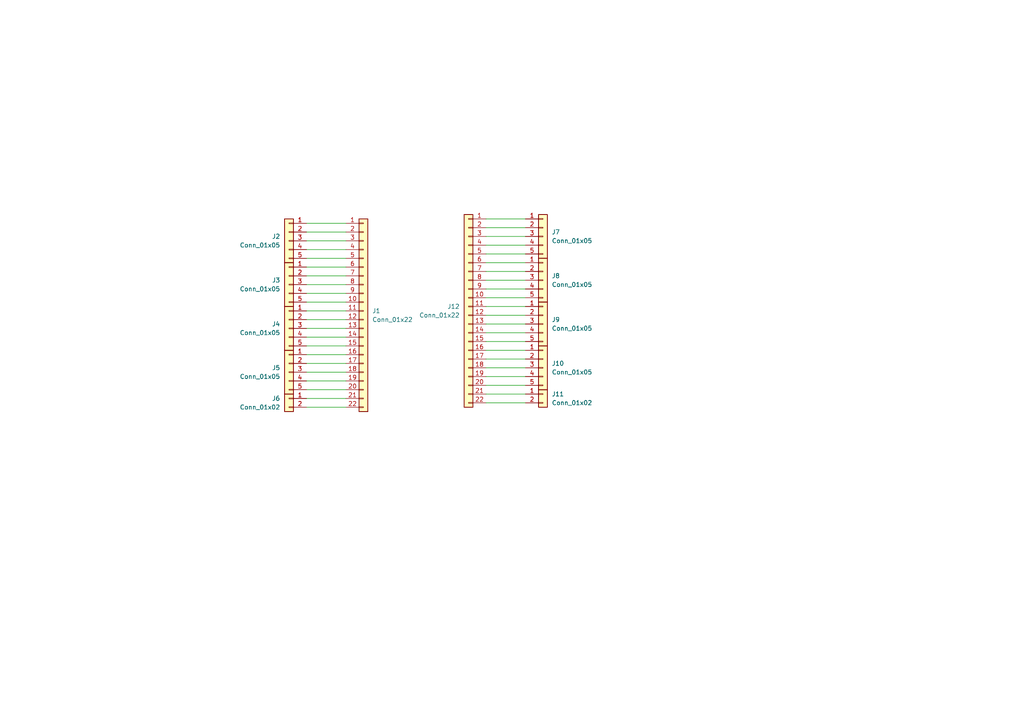
<source format=kicad_sch>
(kicad_sch (version 20231120) (generator "eeschema") (generator_version "8.0")
  (paper "A4")
  (lib_symbols
    (symbol "Connector_Generic:Conn_01x02" (pin_names (offset 1.016) hide)
      (property "Reference" "J" (at 0 2.54 0))
      (property "Value" "Conn_01x02" (at 0 -5.08 0))
      (symbol "Conn_01x02_1_1"
        (rectangle (start -1.27 -2.413) (end 0 -2.667) (stroke (width 0.1524)))
        (rectangle (start -1.27 0.127) (end 0 -0.127) (stroke (width 0.1524)))
        (rectangle (start -1.27 1.27) (end 1.27 -3.81) (stroke (width 0.254)) (fill (type background)))
        (pin passive line (at -5.08 0 0) (length 3.81) (name "Pin_1") (number "1"))
        (pin passive line (at -5.08 -2.54 0) (length 3.81) (name "Pin_2") (number "2"))
      )
    )
    (symbol "Connector_Generic:Conn_01x05" (pin_names (offset 1.016) hide)
      (property "Reference" "J" (at 0 7.62 0))
      (property "Value" "Conn_01x05" (at 0 -7.62 0))
      (symbol "Conn_01x05_1_1"
        (rectangle (start -1.27 -4.953) (end 0 -5.207) (stroke (width 0.1524)))
        (rectangle (start -1.27 -2.413) (end 0 -2.667) (stroke (width 0.1524)))
        (rectangle (start -1.27 0.127) (end 0 -0.127) (stroke (width 0.1524)))
        (rectangle (start -1.27 2.667) (end 0 2.413) (stroke (width 0.1524)))
        (rectangle (start -1.27 5.207) (end 0 4.953) (stroke (width 0.1524)))
        (rectangle (start -1.27 6.35) (end 1.27 -6.35) (stroke (width 0.254)) (fill (type background)))
        (pin passive line (at -5.08 5.08 0) (length 3.81) (name "Pin_1") (number "1"))
        (pin passive line (at -5.08 2.54 0) (length 3.81) (name "Pin_2") (number "2"))
        (pin passive line (at -5.08 0 0) (length 3.81) (name "Pin_3") (number "3"))
        (pin passive line (at -5.08 -2.54 0) (length 3.81) (name "Pin_4") (number "4"))
        (pin passive line (at -5.08 -5.08 0) (length 3.81) (name "Pin_5") (number "5"))
      )
    )
    (symbol "Connector_Generic:Conn_01x22" (pin_names (offset 1.016) hide)
      (property "Reference" "J" (at 0 27.94 0))
      (property "Value" "Conn_01x22" (at 0 -30.48 0))
      (symbol "Conn_01x22_1_1"
        (rectangle (start -1.27 -27.813) (end 0 -28.067) (stroke (width 0.1524)))
        (rectangle (start -1.27 -25.273) (end 0 -25.527) (stroke (width 0.1524)))
        (rectangle (start -1.27 -22.733) (end 0 -22.987) (stroke (width 0.1524)))
        (rectangle (start -1.27 -20.193) (end 0 -20.447) (stroke (width 0.1524)))
        (rectangle (start -1.27 -17.653) (end 0 -17.907) (stroke (width 0.1524)))
        (rectangle (start -1.27 -15.113) (end 0 -15.367) (stroke (width 0.1524)))
        (rectangle (start -1.27 -12.573) (end 0 -12.827) (stroke (width 0.1524)))
        (rectangle (start -1.27 -10.033) (end 0 -10.287) (stroke (width 0.1524)))
        (rectangle (start -1.27 -7.493) (end 0 -7.747) (stroke (width 0.1524)))
        (rectangle (start -1.27 -4.953) (end 0 -5.207) (stroke (width 0.1524)))
        (rectangle (start -1.27 -2.413) (end 0 -2.667) (stroke (width 0.1524)))
        (rectangle (start -1.27 0.127) (end 0 -0.127) (stroke (width 0.1524)))
        (rectangle (start -1.27 2.667) (end 0 2.413) (stroke (width 0.1524)))
        (rectangle (start -1.27 5.207) (end 0 4.953) (stroke (width 0.1524)))
        (rectangle (start -1.27 7.747) (end 0 7.493) (stroke (width 0.1524)))
        (rectangle (start -1.27 10.287) (end 0 10.033) (stroke (width 0.1524)))
        (rectangle (start -1.27 12.827) (end 0 12.573) (stroke (width 0.1524)))
        (rectangle (start -1.27 15.367) (end 0 15.113) (stroke (width 0.1524)))
        (rectangle (start -1.27 17.907) (end 0 17.653) (stroke (width 0.1524)))
        (rectangle (start -1.27 20.447) (end 0 20.193) (stroke (width 0.1524)))
        (rectangle (start -1.27 22.987) (end 0 22.733) (stroke (width 0.1524)))
        (rectangle (start -1.27 25.527) (end 0 25.273) (stroke (width 0.1524)))
        (rectangle (start -1.27 26.67) (end 1.27 -29.21) (stroke (width 0.254)) (fill (type background)))
        (pin passive line (at -5.08 25.4 0) (length 3.81) (name "Pin_1") (number "1"))
        (pin passive line (at -5.08 2.54 0) (length 3.81) (name "Pin_10") (number "10"))
        (pin passive line (at -5.08 0 0) (length 3.81) (name "Pin_11") (number "11"))
        (pin passive line (at -5.08 -2.54 0) (length 3.81) (name "Pin_12") (number "12"))
        (pin passive line (at -5.08 -5.08 0) (length 3.81) (name "Pin_13") (number "13"))
        (pin passive line (at -5.08 -7.62 0) (length 3.81) (name "Pin_14") (number "14"))
        (pin passive line (at -5.08 -10.16 0) (length 3.81) (name "Pin_15") (number "15"))
        (pin passive line (at -5.08 -12.7 0) (length 3.81) (name "Pin_16") (number "16"))
        (pin passive line (at -5.08 -15.24 0) (length 3.81) (name "Pin_17") (number "17"))
        (pin passive line (at -5.08 -17.78 0) (length 3.81) (name "Pin_18") (number "18"))
        (pin passive line (at -5.08 -20.32 0) (length 3.81) (name "Pin_19") (number "19"))
        (pin passive line (at -5.08 22.86 0) (length 3.81) (name "Pin_2") (number "2"))
        (pin passive line (at -5.08 -22.86 0) (length 3.81) (name "Pin_20") (number "20"))
        (pin passive line (at -5.08 -25.4 0) (length 3.81) (name "Pin_21") (number "21"))
        (pin passive line (at -5.08 -27.94 0) (length 3.81) (name "Pin_22") (number "22"))
        (pin passive line (at -5.08 20.32 0) (length 3.81) (name "Pin_3") (number "3"))
        (pin passive line (at -5.08 17.78 0) (length 3.81) (name "Pin_4") (number "4"))
        (pin passive line (at -5.08 15.24 0) (length 3.81) (name "Pin_5") (number "5"))
        (pin passive line (at -5.08 12.7 0) (length 3.81) (name "Pin_6") (number "6"))
        (pin passive line (at -5.08 10.16 0) (length 3.81) (name "Pin_7") (number "7"))
        (pin passive line (at -5.08 7.62 0) (length 3.81) (name "Pin_8") (number "8"))
        (pin passive line (at -5.08 5.08 0) (length 3.81) (name "Pin_9") (number "9"))
      )
    )
  )
  (wire (pts (xy 88.9 118.11) (xy 100.33 118.11)))
  (wire (pts (xy 152.4 109.22) (xy 140.97 109.22)))
  (wire (pts (xy 88.9 113.03) (xy 100.33 113.03)))
  (wire (pts (xy 88.9 92.71) (xy 100.33 92.71)))
  (wire (pts (xy 152.4 63.5) (xy 140.97 63.5)))
  (wire (pts (xy 152.4 83.82) (xy 140.97 83.82)))
  (wire (pts (xy 152.4 93.98) (xy 140.97 93.98)))
  (wire (pts (xy 88.9 67.31) (xy 100.33 67.31)))
  (wire (pts (xy 152.4 78.74) (xy 140.97 78.74)))
  (wire (pts (xy 152.4 86.36) (xy 140.97 86.36)))
  (wire (pts (xy 88.9 74.93) (xy 100.33 74.93)))
  (wire (pts (xy 152.4 73.66) (xy 140.97 73.66)))
  (wire (pts (xy 88.9 90.17) (xy 100.33 90.17)))
  (wire (pts (xy 152.4 68.58) (xy 140.97 68.58)))
  (wire (pts (xy 152.4 101.6) (xy 140.97 101.6)))
  (wire (pts (xy 152.4 91.44) (xy 140.97 91.44)))
  (wire (pts (xy 88.9 77.47) (xy 100.33 77.47)))
  (wire (pts (xy 88.9 72.39) (xy 100.33 72.39)))
  (wire (pts (xy 152.4 71.12) (xy 140.97 71.12)))
  (wire (pts (xy 152.4 96.52) (xy 140.97 96.52)))
  (wire (pts (xy 152.4 111.76) (xy 140.97 111.76)))
  (wire (pts (xy 88.9 97.79) (xy 100.33 97.79)))
  (wire (pts (xy 88.9 95.25) (xy 100.33 95.25)))
  (wire (pts (xy 88.9 85.09) (xy 100.33 85.09)))
  (wire (pts (xy 152.4 76.2) (xy 140.97 76.2)))
  (wire (pts (xy 88.9 105.41) (xy 100.33 105.41)))
  (wire (pts (xy 152.4 99.06) (xy 140.97 99.06)))
  (wire (pts (xy 88.9 102.87) (xy 100.33 102.87)))
  (wire (pts (xy 88.9 64.77) (xy 100.33 64.77)))
  (wire (pts (xy 152.4 81.28) (xy 140.97 81.28)))
  (wire (pts (xy 152.4 88.9) (xy 140.97 88.9)))
  (wire (pts (xy 88.9 115.57) (xy 100.33 115.57)))
  (wire (pts (xy 152.4 116.84) (xy 140.97 116.84)))
  (wire (pts (xy 152.4 106.68) (xy 140.97 106.68)))
  (wire (pts (xy 88.9 110.49) (xy 100.33 110.49)))
  (wire (pts (xy 88.9 107.95) (xy 100.33 107.95)))
  (wire (pts (xy 88.9 80.01) (xy 100.33 80.01)))
  (wire (pts (xy 88.9 69.85) (xy 100.33 69.85)))
  (wire (pts (xy 88.9 87.63) (xy 100.33 87.63)))
  (wire (pts (xy 152.4 104.14) (xy 140.97 104.14)))
  (wire (pts (xy 152.4 66.04) (xy 140.97 66.04)))
  (wire (pts (xy 152.4 114.3) (xy 140.97 114.3)))
  (wire (pts (xy 88.9 100.33) (xy 100.33 100.33)))
  (wire (pts (xy 88.9 82.55) (xy 100.33 82.55)))
  (symbol (lib_id "Connector_Generic:Conn_01x05") (at 157.48 93.98 0) (unit 1)
    (property "Reference" "J9" (at 160.02 92.7099 0) (effects (justify left)))
    (property "Value" "Conn_01x05" (at 160.02 95.2499 0) (effects (justify left)))
    (property "Footprint" "TerminalBlock_TE-Connectivity:TerminalBlock_TE_282834-5_1x05_P2.54mm_Horizontal" (effects (hide yes)))
    (property "Description" "Generic connector, single row, 01x05, script generated (kicad-library-utils/schlib/autogen/connector/)" (effects (hide yes)))
  )
  (symbol (lib_id "Connector_Generic:Conn_01x02") (at 157.48 114.3 0) (unit 1)
    (property "Reference" "J11" (at 160.02 114.2999 0) (effects (justify left)))
    (property "Value" "Conn_01x02" (at 160.02 116.8399 0) (effects (justify left)))
    (property "Footprint" "TerminalBlock_TE-Connectivity:TerminalBlock_TE_282834-2_1x02_P2.54mm_Horizontal" (effects (hide yes)))
    (property "Description" "Generic connector, single row, 01x02, script generated (kicad-library-utils/schlib/autogen/connector/)" (effects (hide yes)))
  )
  (symbol (lib_id "Connector_Generic:Conn_01x05") (at 83.82 107.95 0) (mirror y) (unit 1)
    (property "Reference" "J5" (at 81.28 106.6799 0) (effects (justify left)))
    (property "Value" "Conn_01x05" (at 81.28 109.2199 0) (effects (justify left)))
    (property "Footprint" "TerminalBlock_TE-Connectivity:TerminalBlock_TE_282834-5_1x05_P2.54mm_Horizontal" (effects (hide yes)))
    (property "Description" "Generic connector, single row, 01x05, script generated (kicad-library-utils/schlib/autogen/connector/)" (effects (hide yes)))
  )
  (symbol (lib_id "Connector_Generic:Conn_01x05") (at 157.48 68.58 0) (unit 1)
    (property "Reference" "J7" (at 160.02 67.3099 0) (effects (justify left)))
    (property "Value" "Conn_01x05" (at 160.02 69.8499 0) (effects (justify left)))
    (property "Footprint" "TerminalBlock_TE-Connectivity:TerminalBlock_TE_282834-5_1x05_P2.54mm_Horizontal" (effects (hide yes)))
    (property "Description" "Generic connector, single row, 01x05, script generated (kicad-library-utils/schlib/autogen/connector/)" (effects (hide yes)))
  )
  (symbol (lib_id "Connector_Generic:Conn_01x05") (at 83.82 69.85 0) (mirror y) (unit 1)
    (property "Reference" "J2" (at 81.28 68.5799 0) (effects (justify left)))
    (property "Value" "Conn_01x05" (at 81.28 71.1199 0) (effects (justify left)))
    (property "Footprint" "TerminalBlock_TE-Connectivity:TerminalBlock_TE_282834-5_1x05_P2.54mm_Horizontal" (effects (hide yes)))
    (property "Description" "Generic connector, single row, 01x05, script generated (kicad-library-utils/schlib/autogen/connector/)" (effects (hide yes)))
  )
  (symbol (lib_id "Connector_Generic:Conn_01x05") (at 157.48 106.68 0) (unit 1)
    (property "Reference" "J10" (at 160.02 105.4099 0) (effects (justify left)))
    (property "Value" "Conn_01x05" (at 160.02 107.9499 0) (effects (justify left)))
    (property "Footprint" "TerminalBlock_TE-Connectivity:TerminalBlock_TE_282834-5_1x05_P2.54mm_Horizontal" (effects (hide yes)))
    (property "Description" "Generic connector, single row, 01x05, script generated (kicad-library-utils/schlib/autogen/connector/)" (effects (hide yes)))
  )
  (symbol (lib_id "Connector_Generic:Conn_01x05") (at 157.48 81.28 0) (unit 1)
    (property "Reference" "J8" (at 160.02 80.0099 0) (effects (justify left)))
    (property "Value" "Conn_01x05" (at 160.02 82.5499 0) (effects (justify left)))
    (property "Footprint" "TerminalBlock_TE-Connectivity:TerminalBlock_TE_282834-5_1x05_P2.54mm_Horizontal" (effects (hide yes)))
    (property "Description" "Generic connector, single row, 01x05, script generated (kicad-library-utils/schlib/autogen/connector/)" (effects (hide yes)))
  )
  (symbol (lib_id "Connector_Generic:Conn_01x02") (at 83.82 115.57 0) (mirror y) (unit 1)
    (property "Reference" "J6" (at 81.28 115.5699 0) (effects (justify left)))
    (property "Value" "Conn_01x02" (at 81.28 118.1099 0) (effects (justify left)))
    (property "Footprint" "TerminalBlock_TE-Connectivity:TerminalBlock_TE_282834-2_1x02_P2.54mm_Horizontal" (effects (hide yes)))
    (property "Description" "Generic connector, single row, 01x02, script generated (kicad-library-utils/schlib/autogen/connector/)" (effects (hide yes)))
  )
  (symbol (lib_id "Connector_Generic:Conn_01x05") (at 83.82 82.55 0) (mirror y) (unit 1)
    (property "Reference" "J3" (at 81.28 81.2799 0) (effects (justify left)))
    (property "Value" "Conn_01x05" (at 81.28 83.8199 0) (effects (justify left)))
    (property "Footprint" "TerminalBlock_TE-Connectivity:TerminalBlock_TE_282834-5_1x05_P2.54mm_Horizontal" (effects (hide yes)))
    (property "Description" "Generic connector, single row, 01x05, script generated (kicad-library-utils/schlib/autogen/connector/)" (effects (hide yes)))
  )
  (symbol (lib_id "Connector_Generic:Conn_01x22") (at 105.41 90.17 0) (unit 1)
    (property "Reference" "J1" (at 107.95 90.1699 0) (effects (justify left)))
    (property "Value" "Conn_01x22" (at 107.95 92.7099 0) (effects (justify left)))
    (property "Footprint" "Connector_PinHeader_2.54mm:PinHeader_1x22_P2.54mm_Vertical" (effects (hide yes)))
    (property "Description" "Generic connector, single row, 01x22, script generated (kicad-library-utils/schlib/autogen/connector/)" (effects (hide yes)))
  )
  (symbol (lib_id "Connector_Generic:Conn_01x22") (at 135.89 88.9 0) (mirror y) (unit 1)
    (property "Reference" "J12" (at 133.35 88.8999 0) (effects (justify left)))
    (property "Value" "Conn_01x22" (at 133.35 91.4399 0) (effects (justify left)))
    (property "Footprint" "Connector_PinHeader_2.54mm:PinHeader_1x22_P2.54mm_Vertical" (effects (hide yes)))
    (property "Description" "Generic connector, single row, 01x22, script generated (kicad-library-utils/schlib/autogen/connector/)" (effects (hide yes)))
  )
  (symbol (lib_id "Connector_Generic:Conn_01x05") (at 83.82 95.25 0) (mirror y) (unit 1)
    (property "Reference" "J4" (at 81.28 93.9799 0) (effects (justify left)))
    (property "Value" "Conn_01x05" (at 81.28 96.5199 0) (effects (justify left)))
    (property "Footprint" "TerminalBlock_TE-Connectivity:TerminalBlock_TE_282834-5_1x05_P2.54mm_Horizontal" (effects (hide yes)))
    (property "Description" "Generic connector, single row, 01x05, script generated (kicad-library-utils/schlib/autogen/connector/)" (effects (hide yes)))
  )
)
</source>
